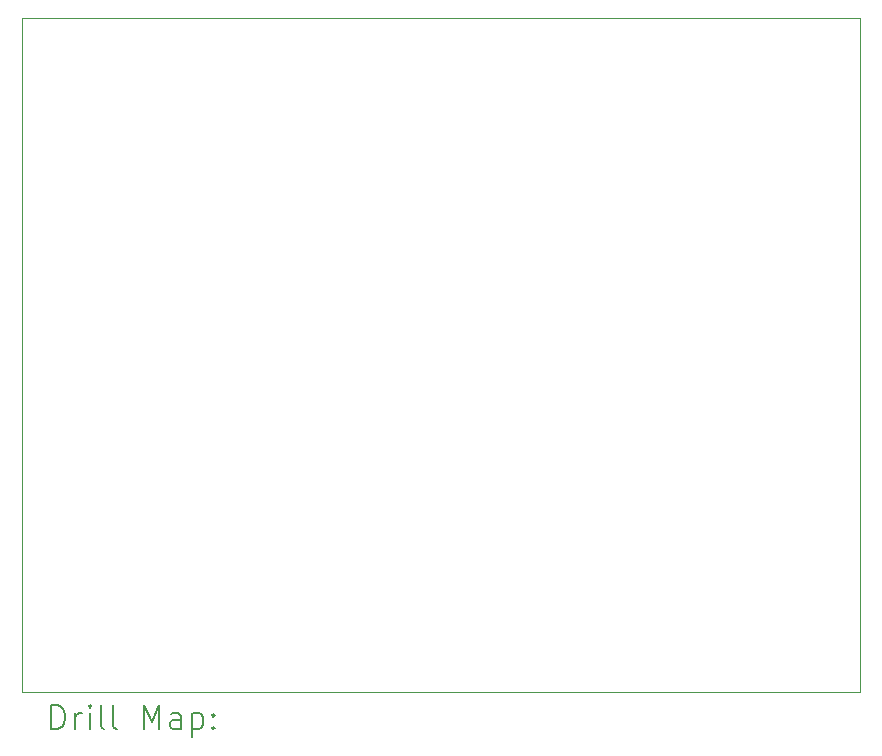
<source format=gbr>
%TF.GenerationSoftware,KiCad,Pcbnew,(6.0.8)*%
%TF.CreationDate,2022-11-05T16:03:21+08:00*%
%TF.ProjectId,pico_apple1,7069636f-5f61-4707-906c-65312e6b6963,rev?*%
%TF.SameCoordinates,Original*%
%TF.FileFunction,Drillmap*%
%TF.FilePolarity,Positive*%
%FSLAX45Y45*%
G04 Gerber Fmt 4.5, Leading zero omitted, Abs format (unit mm)*
G04 Created by KiCad (PCBNEW (6.0.8)) date 2022-11-05 16:03:21*
%MOMM*%
%LPD*%
G01*
G04 APERTURE LIST*
%ADD10C,0.100000*%
%ADD11C,0.200000*%
G04 APERTURE END LIST*
D10*
X2787200Y-9389900D02*
X2787200Y-3689900D01*
X9887200Y-9389900D02*
X2787200Y-9389900D01*
X9887200Y-3689900D02*
X9887200Y-9389900D01*
X2787200Y-3689900D02*
X9887200Y-3689900D01*
D11*
X3039819Y-9705376D02*
X3039819Y-9505376D01*
X3087438Y-9505376D01*
X3116009Y-9514900D01*
X3135057Y-9533948D01*
X3144581Y-9552995D01*
X3154105Y-9591090D01*
X3154105Y-9619662D01*
X3144581Y-9657757D01*
X3135057Y-9676805D01*
X3116009Y-9695852D01*
X3087438Y-9705376D01*
X3039819Y-9705376D01*
X3239819Y-9705376D02*
X3239819Y-9572043D01*
X3239819Y-9610138D02*
X3249343Y-9591090D01*
X3258867Y-9581567D01*
X3277914Y-9572043D01*
X3296962Y-9572043D01*
X3363628Y-9705376D02*
X3363628Y-9572043D01*
X3363628Y-9505376D02*
X3354105Y-9514900D01*
X3363628Y-9524424D01*
X3373152Y-9514900D01*
X3363628Y-9505376D01*
X3363628Y-9524424D01*
X3487438Y-9705376D02*
X3468390Y-9695852D01*
X3458867Y-9676805D01*
X3458867Y-9505376D01*
X3592200Y-9705376D02*
X3573152Y-9695852D01*
X3563628Y-9676805D01*
X3563628Y-9505376D01*
X3820771Y-9705376D02*
X3820771Y-9505376D01*
X3887438Y-9648233D01*
X3954105Y-9505376D01*
X3954105Y-9705376D01*
X4135057Y-9705376D02*
X4135057Y-9600614D01*
X4125533Y-9581567D01*
X4106486Y-9572043D01*
X4068390Y-9572043D01*
X4049343Y-9581567D01*
X4135057Y-9695852D02*
X4116009Y-9705376D01*
X4068390Y-9705376D01*
X4049343Y-9695852D01*
X4039819Y-9676805D01*
X4039819Y-9657757D01*
X4049343Y-9638710D01*
X4068390Y-9629186D01*
X4116009Y-9629186D01*
X4135057Y-9619662D01*
X4230295Y-9572043D02*
X4230295Y-9772043D01*
X4230295Y-9581567D02*
X4249343Y-9572043D01*
X4287438Y-9572043D01*
X4306486Y-9581567D01*
X4316010Y-9591090D01*
X4325533Y-9610138D01*
X4325533Y-9667281D01*
X4316010Y-9686329D01*
X4306486Y-9695852D01*
X4287438Y-9705376D01*
X4249343Y-9705376D01*
X4230295Y-9695852D01*
X4411248Y-9686329D02*
X4420771Y-9695852D01*
X4411248Y-9705376D01*
X4401724Y-9695852D01*
X4411248Y-9686329D01*
X4411248Y-9705376D01*
X4411248Y-9581567D02*
X4420771Y-9591090D01*
X4411248Y-9600614D01*
X4401724Y-9591090D01*
X4411248Y-9581567D01*
X4411248Y-9600614D01*
M02*

</source>
